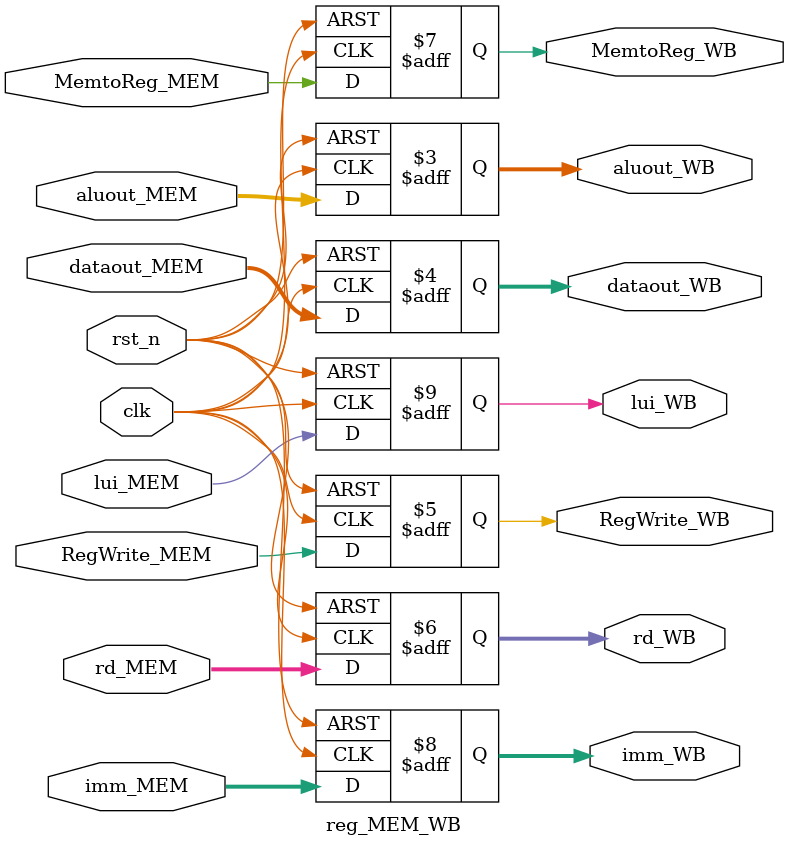
<source format=v>
`timescale 1ns / 1ps


module reg_MEM_WB(
    input clk, 
    input rst_n,

    
    input [31:0]aluout_MEM,
    input [31:0]dataout_MEM,
    input RegWrite_MEM,
    input [4:0]rd_MEM,
    input MemtoReg_MEM,
    input [31:0]imm_MEM,
    input lui_MEM,

    output reg  [31:0]aluout_WB,
    output reg  [31:0]dataout_WB,
    output reg  RegWrite_WB,
    output reg  [4:0]rd_WB,
    output reg  MemtoReg_WB,
    output reg  [31:0]imm_WB,
    output reg  lui_WB
    );


    parameter zero = 32'b00000000_00000000_00000000_00000000;

    always @(posedge clk or negedge rst_n) begin
        if(!rst_n)begin
            rd_WB <= 5'b00000;
            RegWrite_WB <= 1'b0;
            dataout_WB <= zero;
            aluout_WB <= zero;
            MemtoReg_WB <= 1'b0;
            lui_WB <= 1'b0;
            imm_WB <= zero;
            //control signal here

        end

        else begin
            rd_WB <= rd_MEM;
            RegWrite_WB <= RegWrite_MEM;
            dataout_WB <= dataout_MEM;
            aluout_WB <= aluout_MEM;
            MemtoReg_WB <= MemtoReg_MEM;
            lui_WB <= lui_MEM;
            imm_WB <= imm_MEM;
            //control signal here

        end
    end
endmodule

</source>
